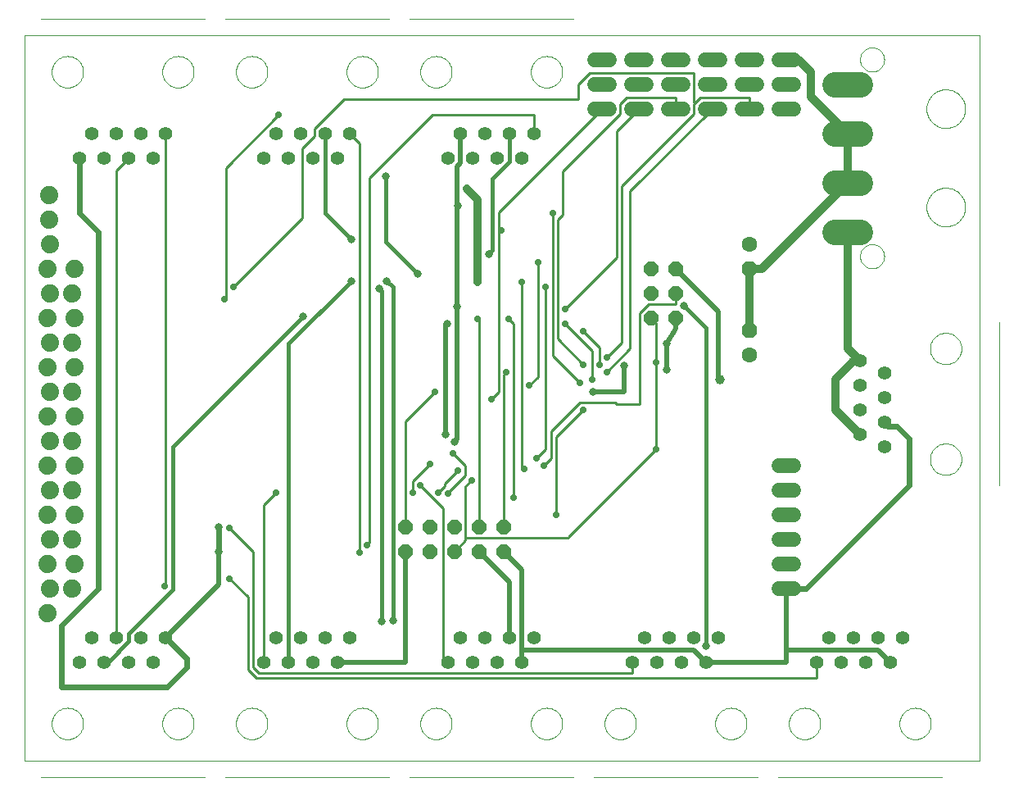
<source format=gbl>
G75*
%MOIN*%
%OFA0B0*%
%FSLAX24Y24*%
%IPPOS*%
%LPD*%
%AMOC8*
5,1,8,0,0,1.08239X$1,22.5*
%
%ADD10C,0.0000*%
%ADD11OC8,0.0600*%
%ADD12C,0.1024*%
%ADD13C,0.0004*%
%ADD14C,0.0554*%
%ADD15C,0.0600*%
%ADD16OC8,0.0630*%
%ADD17C,0.0630*%
%ADD18C,0.0740*%
%ADD19C,0.0200*%
%ADD20C,0.0317*%
%ADD21C,0.0320*%
%ADD22C,0.0240*%
%ADD23C,0.0396*%
%ADD24C,0.0100*%
%ADD25C,0.0290*%
%ADD26C,0.0160*%
D10*
X000487Y001704D02*
X000487Y031200D01*
X039357Y031200D01*
X039357Y001704D01*
X000487Y001704D01*
X001597Y003204D02*
X001599Y003254D01*
X001605Y003304D01*
X001615Y003353D01*
X001628Y003402D01*
X001646Y003449D01*
X001667Y003495D01*
X001691Y003538D01*
X001719Y003580D01*
X001750Y003620D01*
X001784Y003657D01*
X001821Y003691D01*
X001861Y003722D01*
X001903Y003750D01*
X001946Y003774D01*
X001992Y003795D01*
X002039Y003813D01*
X002088Y003826D01*
X002137Y003836D01*
X002187Y003842D01*
X002237Y003844D01*
X002287Y003842D01*
X002337Y003836D01*
X002386Y003826D01*
X002435Y003813D01*
X002482Y003795D01*
X002528Y003774D01*
X002571Y003750D01*
X002613Y003722D01*
X002653Y003691D01*
X002690Y003657D01*
X002724Y003620D01*
X002755Y003580D01*
X002783Y003538D01*
X002807Y003495D01*
X002828Y003449D01*
X002846Y003402D01*
X002859Y003353D01*
X002869Y003304D01*
X002875Y003254D01*
X002877Y003204D01*
X002875Y003154D01*
X002869Y003104D01*
X002859Y003055D01*
X002846Y003006D01*
X002828Y002959D01*
X002807Y002913D01*
X002783Y002870D01*
X002755Y002828D01*
X002724Y002788D01*
X002690Y002751D01*
X002653Y002717D01*
X002613Y002686D01*
X002571Y002658D01*
X002528Y002634D01*
X002482Y002613D01*
X002435Y002595D01*
X002386Y002582D01*
X002337Y002572D01*
X002287Y002566D01*
X002237Y002564D01*
X002187Y002566D01*
X002137Y002572D01*
X002088Y002582D01*
X002039Y002595D01*
X001992Y002613D01*
X001946Y002634D01*
X001903Y002658D01*
X001861Y002686D01*
X001821Y002717D01*
X001784Y002751D01*
X001750Y002788D01*
X001719Y002828D01*
X001691Y002870D01*
X001667Y002913D01*
X001646Y002959D01*
X001628Y003006D01*
X001615Y003055D01*
X001605Y003104D01*
X001599Y003154D01*
X001597Y003204D01*
X006097Y003204D02*
X006099Y003254D01*
X006105Y003304D01*
X006115Y003353D01*
X006128Y003402D01*
X006146Y003449D01*
X006167Y003495D01*
X006191Y003538D01*
X006219Y003580D01*
X006250Y003620D01*
X006284Y003657D01*
X006321Y003691D01*
X006361Y003722D01*
X006403Y003750D01*
X006446Y003774D01*
X006492Y003795D01*
X006539Y003813D01*
X006588Y003826D01*
X006637Y003836D01*
X006687Y003842D01*
X006737Y003844D01*
X006787Y003842D01*
X006837Y003836D01*
X006886Y003826D01*
X006935Y003813D01*
X006982Y003795D01*
X007028Y003774D01*
X007071Y003750D01*
X007113Y003722D01*
X007153Y003691D01*
X007190Y003657D01*
X007224Y003620D01*
X007255Y003580D01*
X007283Y003538D01*
X007307Y003495D01*
X007328Y003449D01*
X007346Y003402D01*
X007359Y003353D01*
X007369Y003304D01*
X007375Y003254D01*
X007377Y003204D01*
X007375Y003154D01*
X007369Y003104D01*
X007359Y003055D01*
X007346Y003006D01*
X007328Y002959D01*
X007307Y002913D01*
X007283Y002870D01*
X007255Y002828D01*
X007224Y002788D01*
X007190Y002751D01*
X007153Y002717D01*
X007113Y002686D01*
X007071Y002658D01*
X007028Y002634D01*
X006982Y002613D01*
X006935Y002595D01*
X006886Y002582D01*
X006837Y002572D01*
X006787Y002566D01*
X006737Y002564D01*
X006687Y002566D01*
X006637Y002572D01*
X006588Y002582D01*
X006539Y002595D01*
X006492Y002613D01*
X006446Y002634D01*
X006403Y002658D01*
X006361Y002686D01*
X006321Y002717D01*
X006284Y002751D01*
X006250Y002788D01*
X006219Y002828D01*
X006191Y002870D01*
X006167Y002913D01*
X006146Y002959D01*
X006128Y003006D01*
X006115Y003055D01*
X006105Y003104D01*
X006099Y003154D01*
X006097Y003204D01*
X009097Y003204D02*
X009099Y003254D01*
X009105Y003304D01*
X009115Y003353D01*
X009128Y003402D01*
X009146Y003449D01*
X009167Y003495D01*
X009191Y003538D01*
X009219Y003580D01*
X009250Y003620D01*
X009284Y003657D01*
X009321Y003691D01*
X009361Y003722D01*
X009403Y003750D01*
X009446Y003774D01*
X009492Y003795D01*
X009539Y003813D01*
X009588Y003826D01*
X009637Y003836D01*
X009687Y003842D01*
X009737Y003844D01*
X009787Y003842D01*
X009837Y003836D01*
X009886Y003826D01*
X009935Y003813D01*
X009982Y003795D01*
X010028Y003774D01*
X010071Y003750D01*
X010113Y003722D01*
X010153Y003691D01*
X010190Y003657D01*
X010224Y003620D01*
X010255Y003580D01*
X010283Y003538D01*
X010307Y003495D01*
X010328Y003449D01*
X010346Y003402D01*
X010359Y003353D01*
X010369Y003304D01*
X010375Y003254D01*
X010377Y003204D01*
X010375Y003154D01*
X010369Y003104D01*
X010359Y003055D01*
X010346Y003006D01*
X010328Y002959D01*
X010307Y002913D01*
X010283Y002870D01*
X010255Y002828D01*
X010224Y002788D01*
X010190Y002751D01*
X010153Y002717D01*
X010113Y002686D01*
X010071Y002658D01*
X010028Y002634D01*
X009982Y002613D01*
X009935Y002595D01*
X009886Y002582D01*
X009837Y002572D01*
X009787Y002566D01*
X009737Y002564D01*
X009687Y002566D01*
X009637Y002572D01*
X009588Y002582D01*
X009539Y002595D01*
X009492Y002613D01*
X009446Y002634D01*
X009403Y002658D01*
X009361Y002686D01*
X009321Y002717D01*
X009284Y002751D01*
X009250Y002788D01*
X009219Y002828D01*
X009191Y002870D01*
X009167Y002913D01*
X009146Y002959D01*
X009128Y003006D01*
X009115Y003055D01*
X009105Y003104D01*
X009099Y003154D01*
X009097Y003204D01*
X013597Y003204D02*
X013599Y003254D01*
X013605Y003304D01*
X013615Y003353D01*
X013628Y003402D01*
X013646Y003449D01*
X013667Y003495D01*
X013691Y003538D01*
X013719Y003580D01*
X013750Y003620D01*
X013784Y003657D01*
X013821Y003691D01*
X013861Y003722D01*
X013903Y003750D01*
X013946Y003774D01*
X013992Y003795D01*
X014039Y003813D01*
X014088Y003826D01*
X014137Y003836D01*
X014187Y003842D01*
X014237Y003844D01*
X014287Y003842D01*
X014337Y003836D01*
X014386Y003826D01*
X014435Y003813D01*
X014482Y003795D01*
X014528Y003774D01*
X014571Y003750D01*
X014613Y003722D01*
X014653Y003691D01*
X014690Y003657D01*
X014724Y003620D01*
X014755Y003580D01*
X014783Y003538D01*
X014807Y003495D01*
X014828Y003449D01*
X014846Y003402D01*
X014859Y003353D01*
X014869Y003304D01*
X014875Y003254D01*
X014877Y003204D01*
X014875Y003154D01*
X014869Y003104D01*
X014859Y003055D01*
X014846Y003006D01*
X014828Y002959D01*
X014807Y002913D01*
X014783Y002870D01*
X014755Y002828D01*
X014724Y002788D01*
X014690Y002751D01*
X014653Y002717D01*
X014613Y002686D01*
X014571Y002658D01*
X014528Y002634D01*
X014482Y002613D01*
X014435Y002595D01*
X014386Y002582D01*
X014337Y002572D01*
X014287Y002566D01*
X014237Y002564D01*
X014187Y002566D01*
X014137Y002572D01*
X014088Y002582D01*
X014039Y002595D01*
X013992Y002613D01*
X013946Y002634D01*
X013903Y002658D01*
X013861Y002686D01*
X013821Y002717D01*
X013784Y002751D01*
X013750Y002788D01*
X013719Y002828D01*
X013691Y002870D01*
X013667Y002913D01*
X013646Y002959D01*
X013628Y003006D01*
X013615Y003055D01*
X013605Y003104D01*
X013599Y003154D01*
X013597Y003204D01*
X016597Y003204D02*
X016599Y003254D01*
X016605Y003304D01*
X016615Y003353D01*
X016628Y003402D01*
X016646Y003449D01*
X016667Y003495D01*
X016691Y003538D01*
X016719Y003580D01*
X016750Y003620D01*
X016784Y003657D01*
X016821Y003691D01*
X016861Y003722D01*
X016903Y003750D01*
X016946Y003774D01*
X016992Y003795D01*
X017039Y003813D01*
X017088Y003826D01*
X017137Y003836D01*
X017187Y003842D01*
X017237Y003844D01*
X017287Y003842D01*
X017337Y003836D01*
X017386Y003826D01*
X017435Y003813D01*
X017482Y003795D01*
X017528Y003774D01*
X017571Y003750D01*
X017613Y003722D01*
X017653Y003691D01*
X017690Y003657D01*
X017724Y003620D01*
X017755Y003580D01*
X017783Y003538D01*
X017807Y003495D01*
X017828Y003449D01*
X017846Y003402D01*
X017859Y003353D01*
X017869Y003304D01*
X017875Y003254D01*
X017877Y003204D01*
X017875Y003154D01*
X017869Y003104D01*
X017859Y003055D01*
X017846Y003006D01*
X017828Y002959D01*
X017807Y002913D01*
X017783Y002870D01*
X017755Y002828D01*
X017724Y002788D01*
X017690Y002751D01*
X017653Y002717D01*
X017613Y002686D01*
X017571Y002658D01*
X017528Y002634D01*
X017482Y002613D01*
X017435Y002595D01*
X017386Y002582D01*
X017337Y002572D01*
X017287Y002566D01*
X017237Y002564D01*
X017187Y002566D01*
X017137Y002572D01*
X017088Y002582D01*
X017039Y002595D01*
X016992Y002613D01*
X016946Y002634D01*
X016903Y002658D01*
X016861Y002686D01*
X016821Y002717D01*
X016784Y002751D01*
X016750Y002788D01*
X016719Y002828D01*
X016691Y002870D01*
X016667Y002913D01*
X016646Y002959D01*
X016628Y003006D01*
X016615Y003055D01*
X016605Y003104D01*
X016599Y003154D01*
X016597Y003204D01*
X021097Y003204D02*
X021099Y003254D01*
X021105Y003304D01*
X021115Y003353D01*
X021128Y003402D01*
X021146Y003449D01*
X021167Y003495D01*
X021191Y003538D01*
X021219Y003580D01*
X021250Y003620D01*
X021284Y003657D01*
X021321Y003691D01*
X021361Y003722D01*
X021403Y003750D01*
X021446Y003774D01*
X021492Y003795D01*
X021539Y003813D01*
X021588Y003826D01*
X021637Y003836D01*
X021687Y003842D01*
X021737Y003844D01*
X021787Y003842D01*
X021837Y003836D01*
X021886Y003826D01*
X021935Y003813D01*
X021982Y003795D01*
X022028Y003774D01*
X022071Y003750D01*
X022113Y003722D01*
X022153Y003691D01*
X022190Y003657D01*
X022224Y003620D01*
X022255Y003580D01*
X022283Y003538D01*
X022307Y003495D01*
X022328Y003449D01*
X022346Y003402D01*
X022359Y003353D01*
X022369Y003304D01*
X022375Y003254D01*
X022377Y003204D01*
X022375Y003154D01*
X022369Y003104D01*
X022359Y003055D01*
X022346Y003006D01*
X022328Y002959D01*
X022307Y002913D01*
X022283Y002870D01*
X022255Y002828D01*
X022224Y002788D01*
X022190Y002751D01*
X022153Y002717D01*
X022113Y002686D01*
X022071Y002658D01*
X022028Y002634D01*
X021982Y002613D01*
X021935Y002595D01*
X021886Y002582D01*
X021837Y002572D01*
X021787Y002566D01*
X021737Y002564D01*
X021687Y002566D01*
X021637Y002572D01*
X021588Y002582D01*
X021539Y002595D01*
X021492Y002613D01*
X021446Y002634D01*
X021403Y002658D01*
X021361Y002686D01*
X021321Y002717D01*
X021284Y002751D01*
X021250Y002788D01*
X021219Y002828D01*
X021191Y002870D01*
X021167Y002913D01*
X021146Y002959D01*
X021128Y003006D01*
X021115Y003055D01*
X021105Y003104D01*
X021099Y003154D01*
X021097Y003204D01*
X024097Y003204D02*
X024099Y003254D01*
X024105Y003304D01*
X024115Y003353D01*
X024128Y003402D01*
X024146Y003449D01*
X024167Y003495D01*
X024191Y003538D01*
X024219Y003580D01*
X024250Y003620D01*
X024284Y003657D01*
X024321Y003691D01*
X024361Y003722D01*
X024403Y003750D01*
X024446Y003774D01*
X024492Y003795D01*
X024539Y003813D01*
X024588Y003826D01*
X024637Y003836D01*
X024687Y003842D01*
X024737Y003844D01*
X024787Y003842D01*
X024837Y003836D01*
X024886Y003826D01*
X024935Y003813D01*
X024982Y003795D01*
X025028Y003774D01*
X025071Y003750D01*
X025113Y003722D01*
X025153Y003691D01*
X025190Y003657D01*
X025224Y003620D01*
X025255Y003580D01*
X025283Y003538D01*
X025307Y003495D01*
X025328Y003449D01*
X025346Y003402D01*
X025359Y003353D01*
X025369Y003304D01*
X025375Y003254D01*
X025377Y003204D01*
X025375Y003154D01*
X025369Y003104D01*
X025359Y003055D01*
X025346Y003006D01*
X025328Y002959D01*
X025307Y002913D01*
X025283Y002870D01*
X025255Y002828D01*
X025224Y002788D01*
X025190Y002751D01*
X025153Y002717D01*
X025113Y002686D01*
X025071Y002658D01*
X025028Y002634D01*
X024982Y002613D01*
X024935Y002595D01*
X024886Y002582D01*
X024837Y002572D01*
X024787Y002566D01*
X024737Y002564D01*
X024687Y002566D01*
X024637Y002572D01*
X024588Y002582D01*
X024539Y002595D01*
X024492Y002613D01*
X024446Y002634D01*
X024403Y002658D01*
X024361Y002686D01*
X024321Y002717D01*
X024284Y002751D01*
X024250Y002788D01*
X024219Y002828D01*
X024191Y002870D01*
X024167Y002913D01*
X024146Y002959D01*
X024128Y003006D01*
X024115Y003055D01*
X024105Y003104D01*
X024099Y003154D01*
X024097Y003204D01*
X028597Y003204D02*
X028599Y003254D01*
X028605Y003304D01*
X028615Y003353D01*
X028628Y003402D01*
X028646Y003449D01*
X028667Y003495D01*
X028691Y003538D01*
X028719Y003580D01*
X028750Y003620D01*
X028784Y003657D01*
X028821Y003691D01*
X028861Y003722D01*
X028903Y003750D01*
X028946Y003774D01*
X028992Y003795D01*
X029039Y003813D01*
X029088Y003826D01*
X029137Y003836D01*
X029187Y003842D01*
X029237Y003844D01*
X029287Y003842D01*
X029337Y003836D01*
X029386Y003826D01*
X029435Y003813D01*
X029482Y003795D01*
X029528Y003774D01*
X029571Y003750D01*
X029613Y003722D01*
X029653Y003691D01*
X029690Y003657D01*
X029724Y003620D01*
X029755Y003580D01*
X029783Y003538D01*
X029807Y003495D01*
X029828Y003449D01*
X029846Y003402D01*
X029859Y003353D01*
X029869Y003304D01*
X029875Y003254D01*
X029877Y003204D01*
X029875Y003154D01*
X029869Y003104D01*
X029859Y003055D01*
X029846Y003006D01*
X029828Y002959D01*
X029807Y002913D01*
X029783Y002870D01*
X029755Y002828D01*
X029724Y002788D01*
X029690Y002751D01*
X029653Y002717D01*
X029613Y002686D01*
X029571Y002658D01*
X029528Y002634D01*
X029482Y002613D01*
X029435Y002595D01*
X029386Y002582D01*
X029337Y002572D01*
X029287Y002566D01*
X029237Y002564D01*
X029187Y002566D01*
X029137Y002572D01*
X029088Y002582D01*
X029039Y002595D01*
X028992Y002613D01*
X028946Y002634D01*
X028903Y002658D01*
X028861Y002686D01*
X028821Y002717D01*
X028784Y002751D01*
X028750Y002788D01*
X028719Y002828D01*
X028691Y002870D01*
X028667Y002913D01*
X028646Y002959D01*
X028628Y003006D01*
X028615Y003055D01*
X028605Y003104D01*
X028599Y003154D01*
X028597Y003204D01*
X031597Y003204D02*
X031599Y003254D01*
X031605Y003304D01*
X031615Y003353D01*
X031628Y003402D01*
X031646Y003449D01*
X031667Y003495D01*
X031691Y003538D01*
X031719Y003580D01*
X031750Y003620D01*
X031784Y003657D01*
X031821Y003691D01*
X031861Y003722D01*
X031903Y003750D01*
X031946Y003774D01*
X031992Y003795D01*
X032039Y003813D01*
X032088Y003826D01*
X032137Y003836D01*
X032187Y003842D01*
X032237Y003844D01*
X032287Y003842D01*
X032337Y003836D01*
X032386Y003826D01*
X032435Y003813D01*
X032482Y003795D01*
X032528Y003774D01*
X032571Y003750D01*
X032613Y003722D01*
X032653Y003691D01*
X032690Y003657D01*
X032724Y003620D01*
X032755Y003580D01*
X032783Y003538D01*
X032807Y003495D01*
X032828Y003449D01*
X032846Y003402D01*
X032859Y003353D01*
X032869Y003304D01*
X032875Y003254D01*
X032877Y003204D01*
X032875Y003154D01*
X032869Y003104D01*
X032859Y003055D01*
X032846Y003006D01*
X032828Y002959D01*
X032807Y002913D01*
X032783Y002870D01*
X032755Y002828D01*
X032724Y002788D01*
X032690Y002751D01*
X032653Y002717D01*
X032613Y002686D01*
X032571Y002658D01*
X032528Y002634D01*
X032482Y002613D01*
X032435Y002595D01*
X032386Y002582D01*
X032337Y002572D01*
X032287Y002566D01*
X032237Y002564D01*
X032187Y002566D01*
X032137Y002572D01*
X032088Y002582D01*
X032039Y002595D01*
X031992Y002613D01*
X031946Y002634D01*
X031903Y002658D01*
X031861Y002686D01*
X031821Y002717D01*
X031784Y002751D01*
X031750Y002788D01*
X031719Y002828D01*
X031691Y002870D01*
X031667Y002913D01*
X031646Y002959D01*
X031628Y003006D01*
X031615Y003055D01*
X031605Y003104D01*
X031599Y003154D01*
X031597Y003204D01*
X036097Y003204D02*
X036099Y003254D01*
X036105Y003304D01*
X036115Y003353D01*
X036128Y003402D01*
X036146Y003449D01*
X036167Y003495D01*
X036191Y003538D01*
X036219Y003580D01*
X036250Y003620D01*
X036284Y003657D01*
X036321Y003691D01*
X036361Y003722D01*
X036403Y003750D01*
X036446Y003774D01*
X036492Y003795D01*
X036539Y003813D01*
X036588Y003826D01*
X036637Y003836D01*
X036687Y003842D01*
X036737Y003844D01*
X036787Y003842D01*
X036837Y003836D01*
X036886Y003826D01*
X036935Y003813D01*
X036982Y003795D01*
X037028Y003774D01*
X037071Y003750D01*
X037113Y003722D01*
X037153Y003691D01*
X037190Y003657D01*
X037224Y003620D01*
X037255Y003580D01*
X037283Y003538D01*
X037307Y003495D01*
X037328Y003449D01*
X037346Y003402D01*
X037359Y003353D01*
X037369Y003304D01*
X037375Y003254D01*
X037377Y003204D01*
X037375Y003154D01*
X037369Y003104D01*
X037359Y003055D01*
X037346Y003006D01*
X037328Y002959D01*
X037307Y002913D01*
X037283Y002870D01*
X037255Y002828D01*
X037224Y002788D01*
X037190Y002751D01*
X037153Y002717D01*
X037113Y002686D01*
X037071Y002658D01*
X037028Y002634D01*
X036982Y002613D01*
X036935Y002595D01*
X036886Y002582D01*
X036837Y002572D01*
X036787Y002566D01*
X036737Y002564D01*
X036687Y002566D01*
X036637Y002572D01*
X036588Y002582D01*
X036539Y002595D01*
X036492Y002613D01*
X036446Y002634D01*
X036403Y002658D01*
X036361Y002686D01*
X036321Y002717D01*
X036284Y002751D01*
X036250Y002788D01*
X036219Y002828D01*
X036191Y002870D01*
X036167Y002913D01*
X036146Y002959D01*
X036128Y003006D01*
X036115Y003055D01*
X036105Y003104D01*
X036099Y003154D01*
X036097Y003204D01*
X037347Y013954D02*
X037349Y014004D01*
X037355Y014054D01*
X037365Y014103D01*
X037378Y014152D01*
X037396Y014199D01*
X037417Y014245D01*
X037441Y014288D01*
X037469Y014330D01*
X037500Y014370D01*
X037534Y014407D01*
X037571Y014441D01*
X037611Y014472D01*
X037653Y014500D01*
X037696Y014524D01*
X037742Y014545D01*
X037789Y014563D01*
X037838Y014576D01*
X037887Y014586D01*
X037937Y014592D01*
X037987Y014594D01*
X038037Y014592D01*
X038087Y014586D01*
X038136Y014576D01*
X038185Y014563D01*
X038232Y014545D01*
X038278Y014524D01*
X038321Y014500D01*
X038363Y014472D01*
X038403Y014441D01*
X038440Y014407D01*
X038474Y014370D01*
X038505Y014330D01*
X038533Y014288D01*
X038557Y014245D01*
X038578Y014199D01*
X038596Y014152D01*
X038609Y014103D01*
X038619Y014054D01*
X038625Y014004D01*
X038627Y013954D01*
X038625Y013904D01*
X038619Y013854D01*
X038609Y013805D01*
X038596Y013756D01*
X038578Y013709D01*
X038557Y013663D01*
X038533Y013620D01*
X038505Y013578D01*
X038474Y013538D01*
X038440Y013501D01*
X038403Y013467D01*
X038363Y013436D01*
X038321Y013408D01*
X038278Y013384D01*
X038232Y013363D01*
X038185Y013345D01*
X038136Y013332D01*
X038087Y013322D01*
X038037Y013316D01*
X037987Y013314D01*
X037937Y013316D01*
X037887Y013322D01*
X037838Y013332D01*
X037789Y013345D01*
X037742Y013363D01*
X037696Y013384D01*
X037653Y013408D01*
X037611Y013436D01*
X037571Y013467D01*
X037534Y013501D01*
X037500Y013538D01*
X037469Y013578D01*
X037441Y013620D01*
X037417Y013663D01*
X037396Y013709D01*
X037378Y013756D01*
X037365Y013805D01*
X037355Y013854D01*
X037349Y013904D01*
X037347Y013954D01*
X037347Y018454D02*
X037349Y018504D01*
X037355Y018554D01*
X037365Y018603D01*
X037378Y018652D01*
X037396Y018699D01*
X037417Y018745D01*
X037441Y018788D01*
X037469Y018830D01*
X037500Y018870D01*
X037534Y018907D01*
X037571Y018941D01*
X037611Y018972D01*
X037653Y019000D01*
X037696Y019024D01*
X037742Y019045D01*
X037789Y019063D01*
X037838Y019076D01*
X037887Y019086D01*
X037937Y019092D01*
X037987Y019094D01*
X038037Y019092D01*
X038087Y019086D01*
X038136Y019076D01*
X038185Y019063D01*
X038232Y019045D01*
X038278Y019024D01*
X038321Y019000D01*
X038363Y018972D01*
X038403Y018941D01*
X038440Y018907D01*
X038474Y018870D01*
X038505Y018830D01*
X038533Y018788D01*
X038557Y018745D01*
X038578Y018699D01*
X038596Y018652D01*
X038609Y018603D01*
X038619Y018554D01*
X038625Y018504D01*
X038627Y018454D01*
X038625Y018404D01*
X038619Y018354D01*
X038609Y018305D01*
X038596Y018256D01*
X038578Y018209D01*
X038557Y018163D01*
X038533Y018120D01*
X038505Y018078D01*
X038474Y018038D01*
X038440Y018001D01*
X038403Y017967D01*
X038363Y017936D01*
X038321Y017908D01*
X038278Y017884D01*
X038232Y017863D01*
X038185Y017845D01*
X038136Y017832D01*
X038087Y017822D01*
X038037Y017816D01*
X037987Y017814D01*
X037937Y017816D01*
X037887Y017822D01*
X037838Y017832D01*
X037789Y017845D01*
X037742Y017863D01*
X037696Y017884D01*
X037653Y017908D01*
X037611Y017936D01*
X037571Y017967D01*
X037534Y018001D01*
X037500Y018038D01*
X037469Y018078D01*
X037441Y018120D01*
X037417Y018163D01*
X037396Y018209D01*
X037378Y018256D01*
X037365Y018305D01*
X037355Y018354D01*
X037349Y018404D01*
X037347Y018454D01*
X034495Y022204D02*
X034497Y022248D01*
X034503Y022292D01*
X034513Y022335D01*
X034526Y022377D01*
X034544Y022417D01*
X034565Y022456D01*
X034589Y022493D01*
X034616Y022528D01*
X034647Y022560D01*
X034680Y022589D01*
X034716Y022615D01*
X034754Y022637D01*
X034794Y022656D01*
X034835Y022672D01*
X034878Y022684D01*
X034921Y022692D01*
X034965Y022696D01*
X035009Y022696D01*
X035053Y022692D01*
X035096Y022684D01*
X035139Y022672D01*
X035180Y022656D01*
X035220Y022637D01*
X035258Y022615D01*
X035294Y022589D01*
X035327Y022560D01*
X035358Y022528D01*
X035385Y022493D01*
X035409Y022456D01*
X035430Y022417D01*
X035448Y022377D01*
X035461Y022335D01*
X035471Y022292D01*
X035477Y022248D01*
X035479Y022204D01*
X035477Y022160D01*
X035471Y022116D01*
X035461Y022073D01*
X035448Y022031D01*
X035430Y021991D01*
X035409Y021952D01*
X035385Y021915D01*
X035358Y021880D01*
X035327Y021848D01*
X035294Y021819D01*
X035258Y021793D01*
X035220Y021771D01*
X035180Y021752D01*
X035139Y021736D01*
X035096Y021724D01*
X035053Y021716D01*
X035009Y021712D01*
X034965Y021712D01*
X034921Y021716D01*
X034878Y021724D01*
X034835Y021736D01*
X034794Y021752D01*
X034754Y021771D01*
X034716Y021793D01*
X034680Y021819D01*
X034647Y021848D01*
X034616Y021880D01*
X034589Y021915D01*
X034565Y021952D01*
X034544Y021991D01*
X034526Y022031D01*
X034513Y022073D01*
X034503Y022116D01*
X034497Y022160D01*
X034495Y022204D01*
X037200Y024204D02*
X037202Y024260D01*
X037208Y024315D01*
X037218Y024369D01*
X037231Y024423D01*
X037249Y024476D01*
X037270Y024527D01*
X037294Y024577D01*
X037322Y024625D01*
X037354Y024671D01*
X037388Y024715D01*
X037426Y024756D01*
X037466Y024794D01*
X037509Y024829D01*
X037554Y024861D01*
X037602Y024890D01*
X037651Y024916D01*
X037702Y024938D01*
X037754Y024956D01*
X037808Y024970D01*
X037863Y024981D01*
X037918Y024988D01*
X037973Y024991D01*
X038029Y024990D01*
X038084Y024985D01*
X038139Y024976D01*
X038193Y024964D01*
X038246Y024947D01*
X038298Y024927D01*
X038348Y024903D01*
X038396Y024876D01*
X038443Y024846D01*
X038487Y024812D01*
X038529Y024775D01*
X038567Y024735D01*
X038604Y024693D01*
X038637Y024648D01*
X038666Y024602D01*
X038693Y024553D01*
X038715Y024502D01*
X038735Y024450D01*
X038750Y024396D01*
X038762Y024342D01*
X038770Y024287D01*
X038774Y024232D01*
X038774Y024176D01*
X038770Y024121D01*
X038762Y024066D01*
X038750Y024012D01*
X038735Y023958D01*
X038715Y023906D01*
X038693Y023855D01*
X038666Y023806D01*
X038637Y023760D01*
X038604Y023715D01*
X038567Y023673D01*
X038529Y023633D01*
X038487Y023596D01*
X038443Y023562D01*
X038396Y023532D01*
X038348Y023505D01*
X038298Y023481D01*
X038246Y023461D01*
X038193Y023444D01*
X038139Y023432D01*
X038084Y023423D01*
X038029Y023418D01*
X037973Y023417D01*
X037918Y023420D01*
X037863Y023427D01*
X037808Y023438D01*
X037754Y023452D01*
X037702Y023470D01*
X037651Y023492D01*
X037602Y023518D01*
X037554Y023547D01*
X037509Y023579D01*
X037466Y023614D01*
X037426Y023652D01*
X037388Y023693D01*
X037354Y023737D01*
X037322Y023783D01*
X037294Y023831D01*
X037270Y023881D01*
X037249Y023932D01*
X037231Y023985D01*
X037218Y024039D01*
X037208Y024093D01*
X037202Y024148D01*
X037200Y024204D01*
X037200Y028204D02*
X037202Y028260D01*
X037208Y028315D01*
X037218Y028369D01*
X037231Y028423D01*
X037249Y028476D01*
X037270Y028527D01*
X037294Y028577D01*
X037322Y028625D01*
X037354Y028671D01*
X037388Y028715D01*
X037426Y028756D01*
X037466Y028794D01*
X037509Y028829D01*
X037554Y028861D01*
X037602Y028890D01*
X037651Y028916D01*
X037702Y028938D01*
X037754Y028956D01*
X037808Y028970D01*
X037863Y028981D01*
X037918Y028988D01*
X037973Y028991D01*
X038029Y028990D01*
X038084Y028985D01*
X038139Y028976D01*
X038193Y028964D01*
X038246Y028947D01*
X038298Y028927D01*
X038348Y028903D01*
X038396Y028876D01*
X038443Y028846D01*
X038487Y028812D01*
X038529Y028775D01*
X038567Y028735D01*
X038604Y028693D01*
X038637Y028648D01*
X038666Y028602D01*
X038693Y028553D01*
X038715Y028502D01*
X038735Y028450D01*
X038750Y028396D01*
X038762Y028342D01*
X038770Y028287D01*
X038774Y028232D01*
X038774Y028176D01*
X038770Y028121D01*
X038762Y028066D01*
X038750Y028012D01*
X038735Y027958D01*
X038715Y027906D01*
X038693Y027855D01*
X038666Y027806D01*
X038637Y027760D01*
X038604Y027715D01*
X038567Y027673D01*
X038529Y027633D01*
X038487Y027596D01*
X038443Y027562D01*
X038396Y027532D01*
X038348Y027505D01*
X038298Y027481D01*
X038246Y027461D01*
X038193Y027444D01*
X038139Y027432D01*
X038084Y027423D01*
X038029Y027418D01*
X037973Y027417D01*
X037918Y027420D01*
X037863Y027427D01*
X037808Y027438D01*
X037754Y027452D01*
X037702Y027470D01*
X037651Y027492D01*
X037602Y027518D01*
X037554Y027547D01*
X037509Y027579D01*
X037466Y027614D01*
X037426Y027652D01*
X037388Y027693D01*
X037354Y027737D01*
X037322Y027783D01*
X037294Y027831D01*
X037270Y027881D01*
X037249Y027932D01*
X037231Y027985D01*
X037218Y028039D01*
X037208Y028093D01*
X037202Y028148D01*
X037200Y028204D01*
X034495Y030204D02*
X034497Y030248D01*
X034503Y030292D01*
X034513Y030335D01*
X034526Y030377D01*
X034544Y030417D01*
X034565Y030456D01*
X034589Y030493D01*
X034616Y030528D01*
X034647Y030560D01*
X034680Y030589D01*
X034716Y030615D01*
X034754Y030637D01*
X034794Y030656D01*
X034835Y030672D01*
X034878Y030684D01*
X034921Y030692D01*
X034965Y030696D01*
X035009Y030696D01*
X035053Y030692D01*
X035096Y030684D01*
X035139Y030672D01*
X035180Y030656D01*
X035220Y030637D01*
X035258Y030615D01*
X035294Y030589D01*
X035327Y030560D01*
X035358Y030528D01*
X035385Y030493D01*
X035409Y030456D01*
X035430Y030417D01*
X035448Y030377D01*
X035461Y030335D01*
X035471Y030292D01*
X035477Y030248D01*
X035479Y030204D01*
X035477Y030160D01*
X035471Y030116D01*
X035461Y030073D01*
X035448Y030031D01*
X035430Y029991D01*
X035409Y029952D01*
X035385Y029915D01*
X035358Y029880D01*
X035327Y029848D01*
X035294Y029819D01*
X035258Y029793D01*
X035220Y029771D01*
X035180Y029752D01*
X035139Y029736D01*
X035096Y029724D01*
X035053Y029716D01*
X035009Y029712D01*
X034965Y029712D01*
X034921Y029716D01*
X034878Y029724D01*
X034835Y029736D01*
X034794Y029752D01*
X034754Y029771D01*
X034716Y029793D01*
X034680Y029819D01*
X034647Y029848D01*
X034616Y029880D01*
X034589Y029915D01*
X034565Y029952D01*
X034544Y029991D01*
X034526Y030031D01*
X034513Y030073D01*
X034503Y030116D01*
X034497Y030160D01*
X034495Y030204D01*
X021097Y029704D02*
X021099Y029754D01*
X021105Y029804D01*
X021115Y029853D01*
X021128Y029902D01*
X021146Y029949D01*
X021167Y029995D01*
X021191Y030038D01*
X021219Y030080D01*
X021250Y030120D01*
X021284Y030157D01*
X021321Y030191D01*
X021361Y030222D01*
X021403Y030250D01*
X021446Y030274D01*
X021492Y030295D01*
X021539Y030313D01*
X021588Y030326D01*
X021637Y030336D01*
X021687Y030342D01*
X021737Y030344D01*
X021787Y030342D01*
X021837Y030336D01*
X021886Y030326D01*
X021935Y030313D01*
X021982Y030295D01*
X022028Y030274D01*
X022071Y030250D01*
X022113Y030222D01*
X022153Y030191D01*
X022190Y030157D01*
X022224Y030120D01*
X022255Y030080D01*
X022283Y030038D01*
X022307Y029995D01*
X022328Y029949D01*
X022346Y029902D01*
X022359Y029853D01*
X022369Y029804D01*
X022375Y029754D01*
X022377Y029704D01*
X022375Y029654D01*
X022369Y029604D01*
X022359Y029555D01*
X022346Y029506D01*
X022328Y029459D01*
X022307Y029413D01*
X022283Y029370D01*
X022255Y029328D01*
X022224Y029288D01*
X022190Y029251D01*
X022153Y029217D01*
X022113Y029186D01*
X022071Y029158D01*
X022028Y029134D01*
X021982Y029113D01*
X021935Y029095D01*
X021886Y029082D01*
X021837Y029072D01*
X021787Y029066D01*
X021737Y029064D01*
X021687Y029066D01*
X021637Y029072D01*
X021588Y029082D01*
X021539Y029095D01*
X021492Y029113D01*
X021446Y029134D01*
X021403Y029158D01*
X021361Y029186D01*
X021321Y029217D01*
X021284Y029251D01*
X021250Y029288D01*
X021219Y029328D01*
X021191Y029370D01*
X021167Y029413D01*
X021146Y029459D01*
X021128Y029506D01*
X021115Y029555D01*
X021105Y029604D01*
X021099Y029654D01*
X021097Y029704D01*
X016597Y029704D02*
X016599Y029754D01*
X016605Y029804D01*
X016615Y029853D01*
X016628Y029902D01*
X016646Y029949D01*
X016667Y029995D01*
X016691Y030038D01*
X016719Y030080D01*
X016750Y030120D01*
X016784Y030157D01*
X016821Y030191D01*
X016861Y030222D01*
X016903Y030250D01*
X016946Y030274D01*
X016992Y030295D01*
X017039Y030313D01*
X017088Y030326D01*
X017137Y030336D01*
X017187Y030342D01*
X017237Y030344D01*
X017287Y030342D01*
X017337Y030336D01*
X017386Y030326D01*
X017435Y030313D01*
X017482Y030295D01*
X017528Y030274D01*
X017571Y030250D01*
X017613Y030222D01*
X017653Y030191D01*
X017690Y030157D01*
X017724Y030120D01*
X017755Y030080D01*
X017783Y030038D01*
X017807Y029995D01*
X017828Y029949D01*
X017846Y029902D01*
X017859Y029853D01*
X017869Y029804D01*
X017875Y029754D01*
X017877Y029704D01*
X017875Y029654D01*
X017869Y029604D01*
X017859Y029555D01*
X017846Y029506D01*
X017828Y029459D01*
X017807Y029413D01*
X017783Y029370D01*
X017755Y029328D01*
X017724Y029288D01*
X017690Y029251D01*
X017653Y029217D01*
X017613Y029186D01*
X017571Y029158D01*
X017528Y029134D01*
X017482Y029113D01*
X017435Y029095D01*
X017386Y029082D01*
X017337Y029072D01*
X017287Y029066D01*
X017237Y029064D01*
X017187Y029066D01*
X017137Y029072D01*
X017088Y029082D01*
X017039Y029095D01*
X016992Y029113D01*
X016946Y029134D01*
X016903Y029158D01*
X016861Y029186D01*
X016821Y029217D01*
X016784Y029251D01*
X016750Y029288D01*
X016719Y029328D01*
X016691Y029370D01*
X016667Y029413D01*
X016646Y029459D01*
X016628Y029506D01*
X016615Y029555D01*
X016605Y029604D01*
X016599Y029654D01*
X016597Y029704D01*
X013597Y029704D02*
X013599Y029754D01*
X013605Y029804D01*
X013615Y029853D01*
X013628Y029902D01*
X013646Y029949D01*
X013667Y029995D01*
X013691Y030038D01*
X013719Y030080D01*
X013750Y030120D01*
X013784Y030157D01*
X013821Y030191D01*
X013861Y030222D01*
X013903Y030250D01*
X013946Y030274D01*
X013992Y030295D01*
X014039Y030313D01*
X014088Y030326D01*
X014137Y030336D01*
X014187Y030342D01*
X014237Y030344D01*
X014287Y030342D01*
X014337Y030336D01*
X014386Y030326D01*
X014435Y030313D01*
X014482Y030295D01*
X014528Y030274D01*
X014571Y030250D01*
X014613Y030222D01*
X014653Y030191D01*
X014690Y030157D01*
X014724Y030120D01*
X014755Y030080D01*
X014783Y030038D01*
X014807Y029995D01*
X014828Y029949D01*
X014846Y029902D01*
X014859Y029853D01*
X014869Y029804D01*
X014875Y029754D01*
X014877Y029704D01*
X014875Y029654D01*
X014869Y029604D01*
X014859Y029555D01*
X014846Y029506D01*
X014828Y029459D01*
X014807Y029413D01*
X014783Y029370D01*
X014755Y029328D01*
X014724Y029288D01*
X014690Y029251D01*
X014653Y029217D01*
X014613Y029186D01*
X014571Y029158D01*
X014528Y029134D01*
X014482Y029113D01*
X014435Y029095D01*
X014386Y029082D01*
X014337Y029072D01*
X014287Y029066D01*
X014237Y029064D01*
X014187Y029066D01*
X014137Y029072D01*
X014088Y029082D01*
X014039Y029095D01*
X013992Y029113D01*
X013946Y029134D01*
X013903Y029158D01*
X013861Y029186D01*
X013821Y029217D01*
X013784Y029251D01*
X013750Y029288D01*
X013719Y029328D01*
X013691Y029370D01*
X013667Y029413D01*
X013646Y029459D01*
X013628Y029506D01*
X013615Y029555D01*
X013605Y029604D01*
X013599Y029654D01*
X013597Y029704D01*
X009097Y029704D02*
X009099Y029754D01*
X009105Y029804D01*
X009115Y029853D01*
X009128Y029902D01*
X009146Y029949D01*
X009167Y029995D01*
X009191Y030038D01*
X009219Y030080D01*
X009250Y030120D01*
X009284Y030157D01*
X009321Y030191D01*
X009361Y030222D01*
X009403Y030250D01*
X009446Y030274D01*
X009492Y030295D01*
X009539Y030313D01*
X009588Y030326D01*
X009637Y030336D01*
X009687Y030342D01*
X009737Y030344D01*
X009787Y030342D01*
X009837Y030336D01*
X009886Y030326D01*
X009935Y030313D01*
X009982Y030295D01*
X010028Y030274D01*
X010071Y030250D01*
X010113Y030222D01*
X010153Y030191D01*
X010190Y030157D01*
X010224Y030120D01*
X010255Y030080D01*
X010283Y030038D01*
X010307Y029995D01*
X010328Y029949D01*
X010346Y029902D01*
X010359Y029853D01*
X010369Y029804D01*
X010375Y029754D01*
X010377Y029704D01*
X010375Y029654D01*
X010369Y029604D01*
X010359Y029555D01*
X010346Y029506D01*
X010328Y029459D01*
X010307Y029413D01*
X010283Y029370D01*
X010255Y029328D01*
X010224Y029288D01*
X010190Y029251D01*
X010153Y029217D01*
X010113Y029186D01*
X010071Y029158D01*
X010028Y029134D01*
X009982Y029113D01*
X009935Y029095D01*
X009886Y029082D01*
X009837Y029072D01*
X009787Y029066D01*
X009737Y029064D01*
X009687Y029066D01*
X009637Y029072D01*
X009588Y029082D01*
X009539Y029095D01*
X009492Y029113D01*
X009446Y029134D01*
X009403Y029158D01*
X009361Y029186D01*
X009321Y029217D01*
X009284Y029251D01*
X009250Y029288D01*
X009219Y029328D01*
X009191Y029370D01*
X009167Y029413D01*
X009146Y029459D01*
X009128Y029506D01*
X009115Y029555D01*
X009105Y029604D01*
X009099Y029654D01*
X009097Y029704D01*
X006097Y029704D02*
X006099Y029754D01*
X006105Y029804D01*
X006115Y029853D01*
X006128Y029902D01*
X006146Y029949D01*
X006167Y029995D01*
X006191Y030038D01*
X006219Y030080D01*
X006250Y030120D01*
X006284Y030157D01*
X006321Y030191D01*
X006361Y030222D01*
X006403Y030250D01*
X006446Y030274D01*
X006492Y030295D01*
X006539Y030313D01*
X006588Y030326D01*
X006637Y030336D01*
X006687Y030342D01*
X006737Y030344D01*
X006787Y030342D01*
X006837Y030336D01*
X006886Y030326D01*
X006935Y030313D01*
X006982Y030295D01*
X007028Y030274D01*
X007071Y030250D01*
X007113Y030222D01*
X007153Y030191D01*
X007190Y030157D01*
X007224Y030120D01*
X007255Y030080D01*
X007283Y030038D01*
X007307Y029995D01*
X007328Y029949D01*
X007346Y029902D01*
X007359Y029853D01*
X007369Y029804D01*
X007375Y029754D01*
X007377Y029704D01*
X007375Y029654D01*
X007369Y029604D01*
X007359Y029555D01*
X007346Y029506D01*
X007328Y029459D01*
X007307Y029413D01*
X007283Y029370D01*
X007255Y029328D01*
X007224Y029288D01*
X007190Y029251D01*
X007153Y029217D01*
X007113Y029186D01*
X007071Y029158D01*
X007028Y029134D01*
X006982Y029113D01*
X006935Y029095D01*
X006886Y029082D01*
X006837Y029072D01*
X006787Y029066D01*
X006737Y029064D01*
X006687Y029066D01*
X006637Y029072D01*
X006588Y029082D01*
X006539Y029095D01*
X006492Y029113D01*
X006446Y029134D01*
X006403Y029158D01*
X006361Y029186D01*
X006321Y029217D01*
X006284Y029251D01*
X006250Y029288D01*
X006219Y029328D01*
X006191Y029370D01*
X006167Y029413D01*
X006146Y029459D01*
X006128Y029506D01*
X006115Y029555D01*
X006105Y029604D01*
X006099Y029654D01*
X006097Y029704D01*
X001597Y029704D02*
X001599Y029754D01*
X001605Y029804D01*
X001615Y029853D01*
X001628Y029902D01*
X001646Y029949D01*
X001667Y029995D01*
X001691Y030038D01*
X001719Y030080D01*
X001750Y030120D01*
X001784Y030157D01*
X001821Y030191D01*
X001861Y030222D01*
X001903Y030250D01*
X001946Y030274D01*
X001992Y030295D01*
X002039Y030313D01*
X002088Y030326D01*
X002137Y030336D01*
X002187Y030342D01*
X002237Y030344D01*
X002287Y030342D01*
X002337Y030336D01*
X002386Y030326D01*
X002435Y030313D01*
X002482Y030295D01*
X002528Y030274D01*
X002571Y030250D01*
X002613Y030222D01*
X002653Y030191D01*
X002690Y030157D01*
X002724Y030120D01*
X002755Y030080D01*
X002783Y030038D01*
X002807Y029995D01*
X002828Y029949D01*
X002846Y029902D01*
X002859Y029853D01*
X002869Y029804D01*
X002875Y029754D01*
X002877Y029704D01*
X002875Y029654D01*
X002869Y029604D01*
X002859Y029555D01*
X002846Y029506D01*
X002828Y029459D01*
X002807Y029413D01*
X002783Y029370D01*
X002755Y029328D01*
X002724Y029288D01*
X002690Y029251D01*
X002653Y029217D01*
X002613Y029186D01*
X002571Y029158D01*
X002528Y029134D01*
X002482Y029113D01*
X002435Y029095D01*
X002386Y029082D01*
X002337Y029072D01*
X002287Y029066D01*
X002237Y029064D01*
X002187Y029066D01*
X002137Y029072D01*
X002088Y029082D01*
X002039Y029095D01*
X001992Y029113D01*
X001946Y029134D01*
X001903Y029158D01*
X001861Y029186D01*
X001821Y029217D01*
X001784Y029251D01*
X001750Y029288D01*
X001719Y029328D01*
X001691Y029370D01*
X001667Y029413D01*
X001646Y029459D01*
X001628Y029506D01*
X001615Y029555D01*
X001605Y029604D01*
X001599Y029654D01*
X001597Y029704D01*
D11*
X015987Y011204D03*
X016987Y011204D03*
X017987Y011204D03*
X018987Y011204D03*
X019987Y011204D03*
X019987Y010204D03*
X018987Y010204D03*
X017987Y010204D03*
X016987Y010204D03*
X015987Y010204D03*
X025987Y019704D03*
X026987Y019704D03*
X026987Y020704D03*
X025987Y020704D03*
X025987Y021704D03*
X026987Y021704D03*
D12*
X033475Y023204D02*
X034498Y023204D01*
X034498Y025204D02*
X033475Y025204D01*
X033475Y027204D02*
X034498Y027204D01*
X034498Y029204D02*
X033475Y029204D01*
D13*
X007812Y001034D02*
X001162Y001034D01*
X008662Y001034D02*
X015312Y001034D01*
X016162Y001034D02*
X022812Y001034D01*
X023662Y001034D02*
X030312Y001034D01*
X031162Y001034D02*
X037812Y001034D01*
X040157Y012879D02*
X040157Y019529D01*
X022812Y031874D02*
X016162Y031874D01*
X015312Y031874D02*
X008662Y031874D01*
X007812Y031874D02*
X001162Y031874D01*
D14*
X003237Y027204D03*
X004237Y027204D03*
X005237Y027204D03*
X006237Y027204D03*
X005737Y026204D03*
X004737Y026204D03*
X003737Y026204D03*
X002737Y026204D03*
X010237Y026204D03*
X011237Y026204D03*
X012237Y026204D03*
X013237Y026204D03*
X013737Y027204D03*
X012737Y027204D03*
X011737Y027204D03*
X010737Y027204D03*
X017737Y026204D03*
X018737Y026204D03*
X019737Y026204D03*
X020737Y026204D03*
X021237Y027204D03*
X020237Y027204D03*
X019237Y027204D03*
X018237Y027204D03*
X034487Y017954D03*
X034487Y016954D03*
X034487Y015954D03*
X034487Y014954D03*
X035487Y015454D03*
X035487Y014454D03*
X035487Y016454D03*
X035487Y017454D03*
X035237Y006704D03*
X036237Y006704D03*
X035737Y005704D03*
X034737Y005704D03*
X033737Y005704D03*
X032737Y005704D03*
X033237Y006704D03*
X034237Y006704D03*
X028737Y006704D03*
X027737Y006704D03*
X026737Y006704D03*
X025737Y006704D03*
X026237Y005704D03*
X025237Y005704D03*
X027237Y005704D03*
X028237Y005704D03*
X021237Y006704D03*
X020237Y006704D03*
X019237Y006704D03*
X018237Y006704D03*
X018737Y005704D03*
X019737Y005704D03*
X020737Y005704D03*
X017737Y005704D03*
X013737Y006704D03*
X012737Y006704D03*
X011737Y006704D03*
X010737Y006704D03*
X011237Y005704D03*
X012237Y005704D03*
X013237Y005704D03*
X010237Y005704D03*
X006237Y006704D03*
X005237Y006704D03*
X004237Y006704D03*
X003237Y006704D03*
X003737Y005704D03*
X004737Y005704D03*
X005737Y005704D03*
X002737Y005704D03*
D15*
X023687Y028204D02*
X024287Y028204D01*
X025187Y028204D02*
X025787Y028204D01*
X026687Y028204D02*
X027287Y028204D01*
X028187Y028204D02*
X028787Y028204D01*
X029687Y028204D02*
X030287Y028204D01*
X031187Y028204D02*
X031787Y028204D01*
X031787Y029204D02*
X031187Y029204D01*
X030287Y029204D02*
X029687Y029204D01*
X028787Y029204D02*
X028187Y029204D01*
X027287Y029204D02*
X026687Y029204D01*
X025787Y029204D02*
X025187Y029204D01*
X024287Y029204D02*
X023687Y029204D01*
X023687Y030204D02*
X024287Y030204D01*
X025187Y030204D02*
X025787Y030204D01*
X026687Y030204D02*
X027287Y030204D01*
X028187Y030204D02*
X028787Y030204D01*
X029687Y030204D02*
X030287Y030204D01*
X031187Y030204D02*
X031787Y030204D01*
X031787Y013704D02*
X031187Y013704D01*
X031187Y012704D02*
X031787Y012704D01*
X031787Y011704D02*
X031187Y011704D01*
X031187Y010704D02*
X031787Y010704D01*
X031787Y009704D02*
X031187Y009704D01*
X031187Y008704D02*
X031787Y008704D01*
D16*
X029987Y019204D03*
X029987Y021704D03*
D17*
X029987Y022704D03*
X029987Y018204D03*
D18*
X002537Y017704D03*
X002437Y018704D03*
X001537Y018704D03*
X001437Y019704D03*
X001537Y020704D03*
X002437Y020704D03*
X002537Y021704D03*
X001437Y021704D03*
X001537Y022704D03*
X001487Y023704D03*
X001487Y024704D03*
X002537Y019704D03*
X001437Y017704D03*
X001537Y016704D03*
X002437Y016704D03*
X002537Y015704D03*
X002437Y014704D03*
X001537Y014704D03*
X001437Y015704D03*
X001437Y013704D03*
X001537Y012704D03*
X002437Y012704D03*
X002537Y013704D03*
X002537Y011704D03*
X002437Y010704D03*
X001537Y010704D03*
X001437Y011704D03*
X001437Y009704D03*
X001537Y008704D03*
X002437Y008704D03*
X002537Y009704D03*
X001437Y007704D03*
D19*
X006237Y006704D02*
X008387Y008854D01*
X008387Y010204D01*
X013237Y005704D02*
X015987Y005704D01*
X015987Y010204D01*
X018987Y010204D02*
X020237Y008954D01*
X020237Y006704D01*
X020737Y006204D02*
X027737Y006204D01*
X028237Y005704D01*
X031487Y005704D01*
X031487Y006204D01*
X035237Y006204D01*
X035737Y005704D01*
X031487Y006204D02*
X031487Y008704D01*
X031587Y008754D01*
X031537Y008704D02*
X031487Y008704D01*
X024887Y016704D02*
X023637Y016704D01*
X024887Y016704D02*
X024887Y017754D01*
X026637Y017604D02*
X026637Y018604D01*
X026637Y018654D01*
X026987Y019254D01*
X026987Y019704D01*
X028737Y019954D02*
X028737Y017254D01*
X028787Y017204D01*
X028737Y019954D02*
X026987Y021704D01*
X018137Y024254D02*
X018087Y024254D01*
X018087Y020154D01*
X018087Y014754D01*
X017987Y014654D01*
X017637Y014954D02*
X017637Y019404D01*
X017687Y019454D01*
X018087Y024254D02*
X018087Y025854D01*
X018237Y026004D01*
X018237Y027204D01*
X017737Y026204D02*
X017687Y026154D01*
X019987Y010204D02*
X020737Y009454D01*
X020737Y006204D01*
X020737Y005704D01*
D20*
X015487Y007404D03*
X015037Y007354D03*
X008387Y010204D03*
X008387Y011204D03*
X017637Y014954D03*
X017987Y014654D03*
X023637Y016704D03*
X024887Y017754D03*
X026637Y017604D03*
X026637Y018654D03*
X027337Y020204D03*
X019387Y022304D03*
X018937Y021154D03*
X018087Y020154D03*
X017687Y019454D03*
X016487Y021504D03*
X015237Y021204D03*
X014937Y020904D03*
X013787Y021204D03*
X013787Y022904D03*
X015187Y025454D03*
X018137Y024254D03*
X018487Y024954D03*
X011837Y019754D03*
X028237Y006354D03*
D21*
X034487Y014954D02*
X033487Y015954D01*
X033487Y017204D01*
X034237Y017954D01*
X034487Y017954D01*
X033987Y018454D01*
X033987Y023204D01*
X033987Y025204D02*
X030487Y021704D01*
X029987Y021704D01*
X029987Y019204D01*
X033987Y025204D02*
X033987Y027204D01*
X032487Y028704D01*
X032487Y029704D01*
X031987Y030204D01*
X031487Y030204D01*
X018937Y024504D02*
X018937Y021154D01*
X018937Y024504D02*
X018487Y024954D01*
D22*
X003487Y023204D02*
X003487Y008704D01*
X001987Y007204D01*
X001987Y004704D01*
X006287Y004704D01*
X007087Y005504D01*
X007087Y005854D01*
X006237Y006704D01*
X008387Y010204D02*
X008387Y011204D01*
X003487Y023204D02*
X002737Y023954D01*
X002737Y026204D01*
X031487Y008704D02*
X032287Y008704D01*
X036487Y012904D01*
X036487Y014804D01*
X035987Y015304D01*
X035637Y015304D01*
X035487Y015454D01*
D23*
X028787Y017204D03*
D24*
X026187Y017904D02*
X026187Y014354D01*
X022637Y010804D01*
X022637Y010754D01*
X018437Y010754D01*
X018437Y012854D01*
X018687Y013104D01*
X018437Y013304D02*
X017737Y012604D01*
X017737Y012554D01*
X017587Y012854D02*
X017337Y012604D01*
X017587Y012854D02*
X017587Y012954D01*
X018137Y013504D01*
X018437Y013304D02*
X018437Y013704D01*
X017937Y014204D01*
X016987Y013754D02*
X016287Y013054D01*
X016287Y012604D01*
X016587Y012904D02*
X017537Y011954D01*
X017537Y005904D01*
X017737Y005704D01*
X014137Y010154D02*
X014137Y026804D01*
X013737Y027204D01*
X013487Y028604D02*
X023037Y028604D01*
X023037Y029204D01*
X023487Y029654D01*
X027737Y029654D01*
X027737Y028454D01*
X027762Y028429D01*
X027737Y028404D01*
X027737Y028004D01*
X024787Y025054D01*
X024787Y018704D01*
X024187Y018104D01*
X023887Y017804D02*
X023887Y018504D01*
X023237Y019154D01*
X022487Y019454D02*
X023587Y018354D01*
X023587Y017204D01*
X023087Y017054D02*
X021987Y018154D01*
X021987Y023954D01*
X022187Y023704D02*
X022387Y023904D01*
X022387Y025654D01*
X024737Y028004D01*
X024737Y028404D01*
X024987Y028654D01*
X026987Y028654D01*
X026987Y028204D01*
X027762Y028429D02*
X027987Y028654D01*
X029987Y028654D01*
X029987Y028204D01*
X028487Y028204D02*
X025137Y024854D01*
X025137Y018454D01*
X024187Y017504D01*
X023237Y017804D02*
X022187Y018854D01*
X022187Y023704D01*
X019887Y023254D02*
X019787Y023254D01*
X019787Y016704D01*
X019487Y016404D01*
X019987Y017404D02*
X019987Y011204D01*
X018987Y011204D02*
X018987Y019604D01*
X018937Y019654D01*
X020187Y019654D02*
X020387Y019454D01*
X020387Y012404D01*
X020837Y013554D02*
X020737Y013654D01*
X020737Y021154D01*
X021687Y020954D02*
X021687Y014354D01*
X021337Y014004D01*
X021637Y013704D02*
X021937Y014004D01*
X021937Y015104D01*
X023087Y016254D01*
X024537Y016254D01*
X024587Y016204D01*
X025537Y016204D01*
X025537Y019904D01*
X025887Y020254D01*
X026987Y020254D01*
X026987Y020704D01*
X025987Y019704D02*
X026187Y019504D01*
X026187Y017904D01*
X023237Y015954D02*
X022137Y014854D01*
X022137Y011704D01*
X018437Y010754D02*
X018437Y010654D01*
X017987Y010204D01*
X015987Y011204D02*
X015987Y015504D01*
X017187Y016704D01*
X019987Y017404D02*
X020087Y017504D01*
X021037Y016954D02*
X021387Y017304D01*
X021387Y021954D01*
X019787Y023254D02*
X019787Y024004D01*
X023987Y028204D01*
X024587Y027304D02*
X025487Y028204D01*
X024587Y027304D02*
X024587Y022154D01*
X022487Y020054D01*
X017087Y027954D02*
X014537Y025404D01*
X014537Y010554D01*
X014437Y010454D01*
X010737Y012604D02*
X010237Y012104D01*
X010237Y005704D01*
X010037Y005254D02*
X009787Y005504D01*
X009787Y010204D01*
X008837Y011154D01*
X008837Y009104D02*
X009587Y008354D01*
X009587Y005404D01*
X009937Y005054D01*
X032737Y005054D01*
X032737Y005704D01*
X025237Y005704D02*
X025237Y005254D01*
X010037Y005254D01*
X006237Y008854D02*
X006237Y027204D01*
X004737Y026204D02*
X004237Y025704D01*
X004237Y006704D01*
X006187Y008804D02*
X006237Y008854D01*
X008637Y020454D02*
X008687Y020604D01*
X008687Y025804D01*
X010837Y027954D01*
X012287Y027404D02*
X012287Y027104D01*
X011787Y026604D01*
X011787Y023754D01*
X008987Y020954D01*
X012287Y027404D02*
X013487Y028604D01*
X017087Y027954D02*
X021237Y027954D01*
X021237Y027204D01*
D25*
X021987Y023954D03*
X019887Y023254D03*
X021387Y021954D03*
X020737Y021154D03*
X021687Y020954D03*
X022487Y020054D03*
X022487Y019454D03*
X023237Y019154D03*
X024187Y018104D03*
X023887Y017804D03*
X024187Y017504D03*
X023587Y017204D03*
X023087Y017054D03*
X023237Y017804D03*
X021037Y016954D03*
X020087Y017504D03*
X019487Y016404D03*
X017187Y016704D03*
X017937Y014204D03*
X018137Y013504D03*
X018687Y013104D03*
X017737Y012554D03*
X017337Y012604D03*
X016587Y012904D03*
X016287Y012604D03*
X016987Y013754D03*
X020387Y012404D03*
X020837Y013554D03*
X021337Y014004D03*
X021637Y013704D03*
X022137Y011704D03*
X026187Y014354D03*
X023237Y015954D03*
X026187Y017904D03*
X020187Y019654D03*
X018937Y019654D03*
X010737Y012604D03*
X008837Y011154D03*
X008837Y009104D03*
X006187Y008804D03*
X014137Y010154D03*
X014437Y010454D03*
X008637Y020454D03*
X008987Y020954D03*
X010837Y027954D03*
D26*
X012737Y027204D02*
X012737Y023954D01*
X013787Y022904D01*
X015187Y022804D02*
X015187Y025454D01*
X015187Y022804D02*
X016487Y021504D01*
X015487Y020954D02*
X015487Y007404D01*
X015037Y007354D02*
X015037Y020804D01*
X014937Y020904D01*
X015237Y021204D02*
X015487Y020954D01*
X013787Y021204D02*
X011237Y018654D01*
X011237Y005704D01*
X006537Y008654D02*
X004737Y006854D01*
X004737Y006554D01*
X003887Y005704D01*
X003737Y005704D01*
X006537Y008654D02*
X006537Y014454D01*
X011837Y019754D01*
X019387Y022304D02*
X019537Y022454D01*
X019537Y025354D01*
X020237Y026054D01*
X020237Y027204D01*
X027337Y020204D02*
X028237Y019304D01*
X028237Y006354D01*
X034487Y017954D02*
X034437Y018004D01*
M02*

</source>
